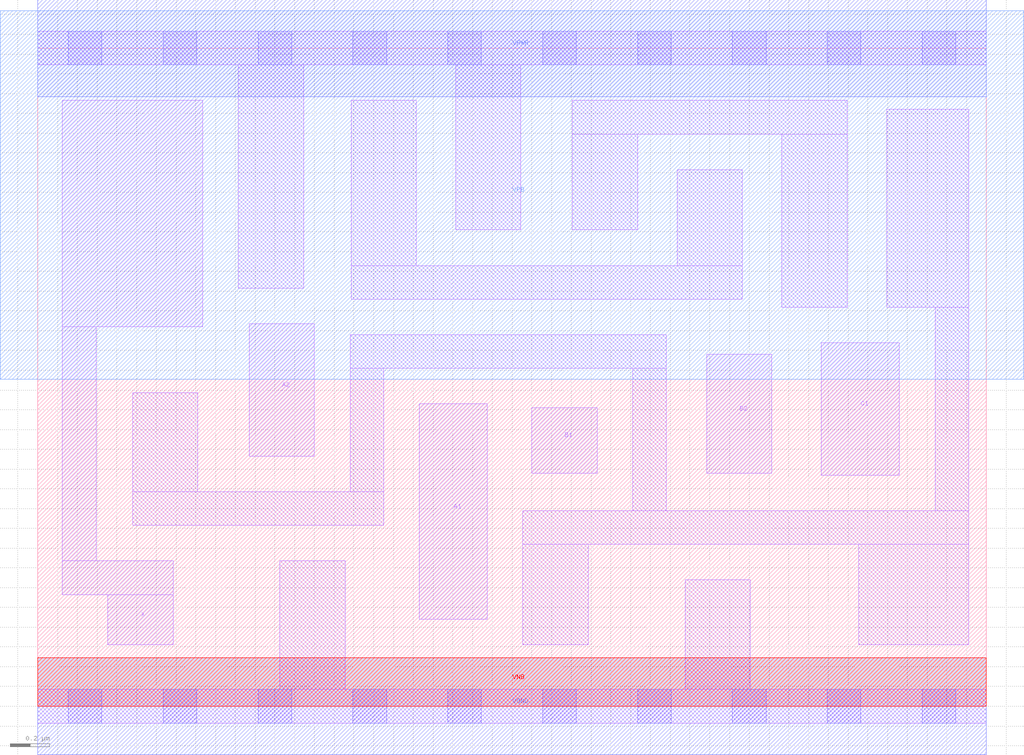
<source format=lef>
# Copyright 2020 The SkyWater PDK Authors
#
# Licensed under the Apache License, Version 2.0 (the "License");
# you may not use this file except in compliance with the License.
# You may obtain a copy of the License at
#
#     https://www.apache.org/licenses/LICENSE-2.0
#
# Unless required by applicable law or agreed to in writing, software
# distributed under the License is distributed on an "AS IS" BASIS,
# WITHOUT WARRANTIES OR CONDITIONS OF ANY KIND, either express or implied.
# See the License for the specific language governing permissions and
# limitations under the License.
#
# SPDX-License-Identifier: Apache-2.0

VERSION 5.7 ;
  NOWIREEXTENSIONATPIN ON ;
  DIVIDERCHAR "/" ;
  BUSBITCHARS "[]" ;
MACRO sky130_fd_sc_lp__a221o_lp
  CLASS CORE ;
  FOREIGN sky130_fd_sc_lp__a221o_lp ;
  ORIGIN  0.000000  0.000000 ;
  SIZE  4.800000 BY  3.330000 ;
  SYMMETRY X Y R90 ;
  SITE unit ;
  PIN A1
    ANTENNAGATEAREA  0.313000 ;
    DIRECTION INPUT ;
    USE SIGNAL ;
    PORT
      LAYER li1 ;
        RECT 1.930000 0.440000 2.275000 1.530000 ;
    END
  END A1
  PIN A2
    ANTENNAGATEAREA  0.313000 ;
    DIRECTION INPUT ;
    USE SIGNAL ;
    PORT
      LAYER li1 ;
        RECT 1.070000 1.265000 1.400000 1.935000 ;
    END
  END A2
  PIN B1
    ANTENNAGATEAREA  0.313000 ;
    DIRECTION INPUT ;
    USE SIGNAL ;
    PORT
      LAYER li1 ;
        RECT 2.500000 1.180000 2.830000 1.510000 ;
    END
  END B1
  PIN B2
    ANTENNAGATEAREA  0.313000 ;
    DIRECTION INPUT ;
    USE SIGNAL ;
    PORT
      LAYER li1 ;
        RECT 3.385000 1.180000 3.715000 1.780000 ;
    END
  END B2
  PIN C1
    ANTENNAGATEAREA  0.376000 ;
    DIRECTION INPUT ;
    USE SIGNAL ;
    PORT
      LAYER li1 ;
        RECT 3.965000 1.170000 4.360000 1.840000 ;
    END
  END C1
  PIN X
    ANTENNADIFFAREA  0.404700 ;
    DIRECTION OUTPUT ;
    USE SIGNAL ;
    PORT
      LAYER li1 ;
        RECT 0.125000 0.565000 0.685000 0.735000 ;
        RECT 0.125000 0.735000 0.295000 1.920000 ;
        RECT 0.125000 1.920000 0.835000 3.065000 ;
        RECT 0.355000 0.310000 0.685000 0.565000 ;
    END
  END X
  PIN VGND
    DIRECTION INOUT ;
    USE GROUND ;
    PORT
      LAYER met1 ;
        RECT 0.000000 -0.245000 4.800000 0.245000 ;
    END
  END VGND
  PIN VNB
    DIRECTION INOUT ;
    USE GROUND ;
    PORT
      LAYER pwell ;
        RECT 0.000000 0.000000 4.800000 0.245000 ;
    END
  END VNB
  PIN VPB
    DIRECTION INOUT ;
    USE POWER ;
    PORT
      LAYER nwell ;
        RECT -0.190000 1.655000 4.990000 3.520000 ;
    END
  END VPB
  PIN VPWR
    DIRECTION INOUT ;
    USE POWER ;
    PORT
      LAYER met1 ;
        RECT 0.000000 3.085000 4.800000 3.575000 ;
    END
  END VPWR
  OBS
    LAYER li1 ;
      RECT 0.000000 -0.085000 4.800000 0.085000 ;
      RECT 0.000000  3.245000 4.800000 3.415000 ;
      RECT 0.480000  0.915000 1.750000 1.085000 ;
      RECT 0.480000  1.085000 0.810000 1.585000 ;
      RECT 1.015000  2.115000 1.345000 3.245000 ;
      RECT 1.225000  0.085000 1.555000 0.735000 ;
      RECT 1.580000  1.085000 1.750000 1.710000 ;
      RECT 1.580000  1.710000 3.180000 1.880000 ;
      RECT 1.585000  2.060000 3.565000 2.230000 ;
      RECT 1.585000  2.230000 1.915000 3.065000 ;
      RECT 2.115000  2.410000 2.445000 3.245000 ;
      RECT 2.455000  0.310000 2.785000 0.820000 ;
      RECT 2.455000  0.820000 4.710000 0.990000 ;
      RECT 2.705000  2.410000 3.035000 2.895000 ;
      RECT 2.705000  2.895000 4.095000 3.065000 ;
      RECT 3.010000  0.990000 3.180000 1.710000 ;
      RECT 3.235000  2.230000 3.565000 2.715000 ;
      RECT 3.275000  0.085000 3.605000 0.640000 ;
      RECT 3.765000  2.020000 4.095000 2.895000 ;
      RECT 4.155000  0.310000 4.710000 0.820000 ;
      RECT 4.295000  2.020000 4.710000 3.020000 ;
      RECT 4.540000  0.990000 4.710000 2.020000 ;
    LAYER mcon ;
      RECT 0.155000 -0.085000 0.325000 0.085000 ;
      RECT 0.155000  3.245000 0.325000 3.415000 ;
      RECT 0.635000 -0.085000 0.805000 0.085000 ;
      RECT 0.635000  3.245000 0.805000 3.415000 ;
      RECT 1.115000 -0.085000 1.285000 0.085000 ;
      RECT 1.115000  3.245000 1.285000 3.415000 ;
      RECT 1.595000 -0.085000 1.765000 0.085000 ;
      RECT 1.595000  3.245000 1.765000 3.415000 ;
      RECT 2.075000 -0.085000 2.245000 0.085000 ;
      RECT 2.075000  3.245000 2.245000 3.415000 ;
      RECT 2.555000 -0.085000 2.725000 0.085000 ;
      RECT 2.555000  3.245000 2.725000 3.415000 ;
      RECT 3.035000 -0.085000 3.205000 0.085000 ;
      RECT 3.035000  3.245000 3.205000 3.415000 ;
      RECT 3.515000 -0.085000 3.685000 0.085000 ;
      RECT 3.515000  3.245000 3.685000 3.415000 ;
      RECT 3.995000 -0.085000 4.165000 0.085000 ;
      RECT 3.995000  3.245000 4.165000 3.415000 ;
      RECT 4.475000 -0.085000 4.645000 0.085000 ;
      RECT 4.475000  3.245000 4.645000 3.415000 ;
  END
END sky130_fd_sc_lp__a221o_lp
END LIBRARY

</source>
